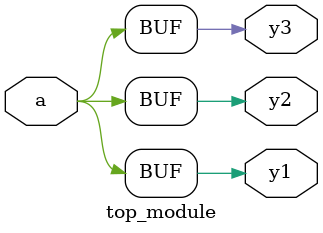
<source format=v>


// Module Name: top_module
// Inputs: a (1-bit)
// Outputs: y1, y2, y3 (1-bit each)
module top_module(
    input a,
    output y1,y2,y3
);
    assign y1 = a;
    assign y2 = a;
    assign y3 = a;

endmodule

</source>
